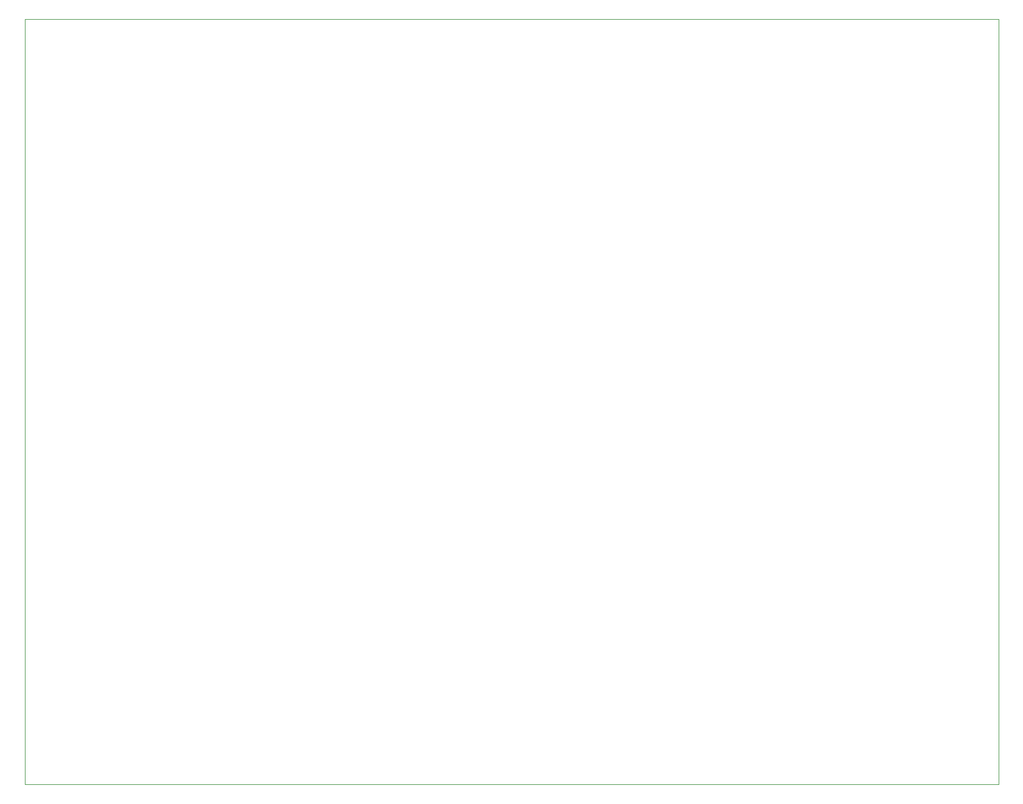
<source format=gbr>
%TF.GenerationSoftware,KiCad,Pcbnew,(6.0.11)*%
%TF.CreationDate,2023-04-16T19:35:35-07:00*%
%TF.ProjectId,FFRV_PCB_V1,46465256-5f50-4434-925f-56312e6b6963,rev?*%
%TF.SameCoordinates,Original*%
%TF.FileFunction,Profile,NP*%
%FSLAX46Y46*%
G04 Gerber Fmt 4.6, Leading zero omitted, Abs format (unit mm)*
G04 Created by KiCad (PCBNEW (6.0.11)) date 2023-04-16 19:35:35*
%MOMM*%
%LPD*%
G01*
G04 APERTURE LIST*
%TA.AperFunction,Profile*%
%ADD10C,0.100000*%
%TD*%
G04 APERTURE END LIST*
D10*
X162560000Y-166370000D02*
X20320000Y-166370000D01*
X20320000Y-166370000D02*
X20320000Y-54610000D01*
X162560000Y-54610000D02*
X20320000Y-54610000D01*
X162560000Y-54610000D02*
X162560000Y-166370000D01*
M02*

</source>
